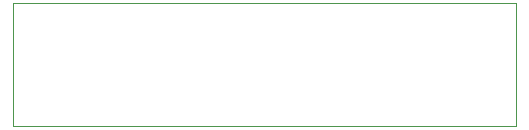
<source format=gbr>
%TF.GenerationSoftware,KiCad,Pcbnew,5.1.6-c6e7f7d~87~ubuntu18.04.1*%
%TF.CreationDate,2021-09-19T14:11:29+09:00*%
%TF.ProjectId,m922,6d393232-2e6b-4696-9361-645f70636258,rev?*%
%TF.SameCoordinates,Original*%
%TF.FileFunction,Profile,NP*%
%FSLAX46Y46*%
G04 Gerber Fmt 4.6, Leading zero omitted, Abs format (unit mm)*
G04 Created by KiCad (PCBNEW 5.1.6-c6e7f7d~87~ubuntu18.04.1) date 2021-09-19 14:11:29*
%MOMM*%
%LPD*%
G01*
G04 APERTURE LIST*
%TA.AperFunction,Profile*%
%ADD10C,0.100000*%
%TD*%
G04 APERTURE END LIST*
D10*
X154940000Y-80518000D02*
X154940000Y-90932000D01*
X112395000Y-80518000D02*
X154940000Y-80518000D01*
X112395000Y-90932000D02*
X112395000Y-80518000D01*
X154940000Y-90932000D02*
X112395000Y-90932000D01*
M02*

</source>
